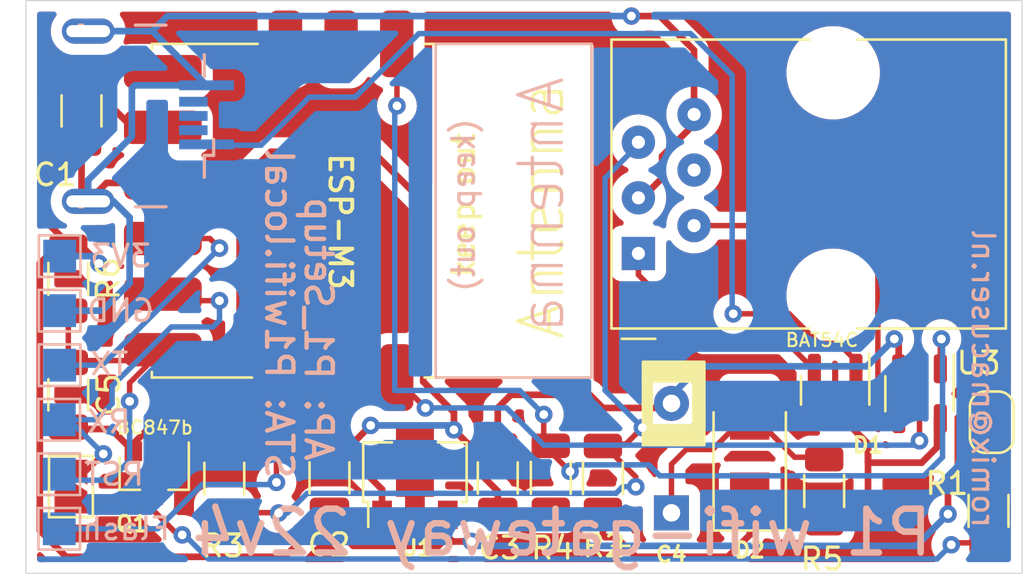
<source format=kicad_pcb>
(kicad_pcb (version 20211014) (generator pcbnew)
  (layers (0 "F.Cu" signal) (31 "B.Cu" signal) (34 "B.Paste" user) (35 "F.Paste" user) (36 "B.SilkS" user "B.Silkscreen") (37 "F.SilkS" user "F.Silkscreen") (38 "B.Mask" user) (39 "F.Mask" user) (44 "Edge.Cuts" user))
  (net 0 "")
  (net 1 "Net-(D1-Pad1)")
  (net 2 "Net-(J1-Pad2)")
  (net 3 "GND")
  (net 4 "+5V")
  (net 5 "+3V3")
  (net 6 "Net-(D1-Pad2)")
  (net 11 "Net-(JP1-Pad1)")
  (net 12 "Net-(J1-Pad5)")
  (net 13 "Net-(Q1-Pad1)")
  (net 14 "Net-(JP2-Pad1)")
  (net 18 "/RX")
  (net 19 "/TX")
  (net 20 "/RST")
  (net 21 "/FLASH")
  (net 22 "Net-(U2-Pad12)")
  (net 23 "Net-(C4-Pad1)")
  (net 24 "Net-(R4-Pad2)")
  (footprint "ESP8266 (TINKER):ESP-M3" (layer "F.Cu") (at 141.22025 72.19125 -90)
    (fp_text reference "U2" hide)
    (fp_text value "ESP-M3")
    (fp_text user "Antenna" (at -0.254 -7.874 90) (layer "B.SilkS") (effects (font (size 2 2)) (justify mirror)))
    (fp_text user "(keep out)" (at -0.254 -4.318 90) (layer "B.SilkS") (effects (justify mirror)))
    (fp_text user "Antenna" (at 0 -7.874 90) (layer "F.SilkS") (effects (font (size 2 2))))
    (fp_text user "(keep out)" (at -0.254 -4.318 90) (layer "F.SilkS"))
    (fp_line (start -7.62 -10.16) (end -7.62 -3.048) (layer "B.SilkS") (width 0.12))
    (fp_line (start -7.62 -3.048) (end 7.62 -3.048) (layer "B.SilkS") (width 0.12))
    (fp_line (start 7.62 -9.906) (end 7.62 -10.16) (layer "B.SilkS") (width 0.12))
    (fp_line (start 7.62 -3.048) (end 7.62 -9.906) (layer "B.SilkS") (width 0.12))
    (fp_line (start 7.62 -10.16) (end -7.62 -10.16) (layer "B.SilkS") (width 0.12))
    (fp_line (start 7.62 -2.54) (end 7.62 -3.048) (layer "F.SilkS") (width 0.12))
    (fp_line (start -7.62 -10.16) (end -7.62 -3.048) (layer "F.SilkS") (width 0.12))
    (fp_line (start 7.62 -10.16) (end -7.62 -10.16) (layer "F.SilkS") (width 0.12))
    (fp_line (start -7.62 -3.048) (end 7.62 -3.048) (layer "F.SilkS") (width 0.12))
    (fp_line (start 7.366 9.906) (end 7.62 9.906) (layer "F.SilkS") (width 0.12))
    (fp_line (start 7.62 9.906) (end 7.62 5.334) (layer "F.SilkS") (width 0.12))
    (fp_line (start 7.62 -3.048) (end 7.62 -10.16) (layer "F.SilkS") (width 0.12))
    (fp_line (start -7.366 9.906) (end -7.62 9.906) (layer "F.SilkS") (width 0.12))
    (fp_line (start -7.62 -2.54) (end -7.62 -3.048) (layer "F.SilkS") (width 0.12))
    (fp_line (start -7.62 5.08) (end -7.62 9.652) (layer "F.SilkS") (width 0.12))
    (fp_line (start -7.62 9.906) (end -7.62 9.652) (layer "F.SilkS") (width 0.12))
    (pad "1" smd roundrect locked (at -7.62 -1.27 270) (size 3.048 1.524) (layers "F.Cu" "F.Paste" "F.Mask") (net 24 "Net-(R4-Pad2)"))
    (pad "2" smd roundrect locked (at -7.62 1.27 270) (size 3.048 1.524) (layers "F.Cu" "F.Paste" "F.Mask"))
    (pad "3" smd roundrect locked (at -7.62 3.81 270) (size 3.048 1.524) (layers "F.Cu" "F.Paste" "F.Mask"))
    (pad "4" smd roundrect locked (at -6.35 9.406 270) (size 1.524 3.548) (layers "F.Cu" "F.Paste" "F.Mask") (net 5 "+3V3"))
    (pad "5" smd roundrect locked (at -3.81 9.406 270) (size 1.524 3.548) (layers "F.Cu" "F.Paste" "F.Mask") (net 5 "+3V3"))
    (pad "6" smd roundrect locked (at -1.27 9.406 270) (size 1.524 3.548) (layers "F.Cu" "F.Paste" "F.Mask") (net 3 "GND"))
    (pad "7" smd roundrect locked (at 1.27 9.406 270) (size 1.524 3.548) (layers "F.Cu" "F.Paste" "F.Mask") (net 19 "/TX"))
    (pad "8" smd roundrect locked (at 3.81 9.406 270) (size 1.524 3.548) (layers "F.Cu" "F.Paste" "F.Mask") (net 18 "/RX"))
    (pad "9" smd roundrect locked (at 6.35 9.406 270) (size 1.524 3.548) (layers "F.Cu" "F.Paste" "F.Mask") (net 20 "/RST"))
    (pad "10" smd roundrect locked (at 7.62 3.81 270) (size 3.048 1.524) (layers "F.Cu" "F.Paste" "F.Mask"))
    (pad "11" smd roundrect locked (at 7.62 1.27 270) (size 3.048 1.524) (layers "F.Cu" "F.Paste" "F.Mask") (net 21 "/FLASH"))
    (pad "12" smd roundrect locked (at 7.62 -1.27 270) (size 3.048 1.524) (layers "F.Cu" "F.Paste" "F.Mask") (net 22 "Net-(U2-Pad12)"))
  )
  (footprint "Capacitor_SMD:C_1206_3216Metric" (layer "F.Cu") (at 128.10425 67.63175 -90)
    (fp_text reference "C1" (at 2.91825 1.20425) (layer "F.SilkS"))
    (fp_text value "100n")
    (fp_line (start -0.711252 -0.91) (end 0.711252 -0.91) (layer "F.SilkS") (width 0.12))
    (fp_line (start -0.711252 0.91) (end 0.711252 0.91) (layer "F.SilkS") (width 0.12))
    (pad "1" smd roundrect (at -1.475 0 270) (size 1.15 1.8) (layers "F.Cu" "F.Paste" "F.Mask") (roundrect_rratio 0.2173913043) (net 5 "+3V3"))
    (pad "2" smd roundrect (at 1.475 0 270) (size 1.15 1.8) (layers "F.Cu" "F.Paste" "F.Mask") (roundrect_rratio 0.2173913043) (net 3 "GND"))
  )
  (footprint "Capacitor_SMD:C_1206_3216Metric" (layer "F.Cu") (at 139.42025 84.39225 90)
    (fp_text reference "C2" (at -3.05775 -0.02025 180) (layer "F.SilkS"))
    (fp_text value "10u")
    (fp_line (start -0.711252 0.91) (end 0.711252 0.91) (layer "F.SilkS") (width 0.12))
    (fp_line (start -0.711252 -0.91) (end 0.711252 -0.91) (layer "F.SilkS") (width 0.12))
    (pad "1" smd roundrect (at -1.475 0 90) (size 1.15 1.8) (layers "F.Cu" "F.Paste" "F.Mask") (roundrect_rratio 0.2173913043) (net 5 "+3V3"))
    (pad "2" smd roundrect (at 1.475 0 90) (size 1.15 1.8) (layers "F.Cu" "F.Paste" "F.Mask") (roundrect_rratio 0.2173913043) (net 3 "GND"))
  )
  (footprint "Capacitor_THT:CP_Radial_D8.0mm_P5.00mm" (layer "F.Cu") (at 155.02825 85.99225 90)
    (fp_text reference "C4" (at -1.90775 -0.008 180) (layer "F.SilkS") (effects (font (size 0.7 0.7))))
    (fp_text value "3300uF")
    (fp_line (start -1.909698 -2.315) (end -1.109698 -2.315) (layer "F.SilkS") (width 0.12))
    (fp_line (start -1.509698 -2.715) (end -1.509698 -1.915) (layer "F.SilkS") (width 0.12))
    (fp_rect (start 3.1 -1.3) (end 4 1.5) (layer "F.SilkS") (width 0.12) (fill solid))
    (fp_rect (start 3.9 1) (end 6.1 1.5) (layer "F.SilkS") (width 0.12) (fill solid))
    (fp_rect (start 6 -1.3) (end 6.9 1.5) (layer "F.SilkS") (width 0.12) (fill solid))
    (fp_rect (start 3.9 -1.3) (end 6.1 -0.9) (layer "F.SilkS") (width 0.12) (fill solid))
    (pad "1" thru_hole rect locked (at 0 0 90) (size 1.6 1.6) (drill 0.8) (layers *.Cu *.Mask) (net 23 "Net-(C4-Pad1)"))
    (pad "2" thru_hole circle locked (at 5 0 90) (size 1.6 1.6) (drill 0.8) (layers *.Cu *.Mask) (net 3 "GND"))
  )
  (footprint "Connector_RJ:RJ12_Amphenol_54601" (layer "F.Cu") (at 153.52025 74.14225 90)
    (fp_text reference "J1" hide)
    (fp_text value "6P6C" hide)
    (fp_line (start 9.77 16.77) (end 9.77 9.99) (layer "F.SilkS") (width 0.12))
    (fp_line (start -3.43 -1.23) (end 9.77 -1.23) (layer "F.SilkS") (width 0.12))
    (fp_line (start -3.43 7.79) (end -3.43 -1.23) (layer "F.SilkS") (width 0.12))
    (fp_line (start 9.77 16.76) (end 9.77 16.77) (layer "F.SilkS") (width 0.1))
    (fp_line (start -3.43 7.72) (end -3.43 7.79) (layer "F.SilkS") (width 0.1))
    (fp_line (start -3.9 0.77) (end -3.9 -0.76) (layer "F.SilkS") (width 0.12))
    (fp_line (start 9.77 -1.23) (end 9.77 7.79) (layer "F.SilkS") (width 0.12))
    (fp_line (start -3.43 16.77) (end -3.43 9.99) (layer "F.SilkS") (width 0.12))
    (fp_line (start 9.77 16.65) (end 9.77 16.77) (layer "F.SilkS") (width 0.1))
    (fp_line (start 9.77 16.77) (end -3.43 16.77) (layer "F.SilkS") (width 0.12))
    (pad "" np_thru_hole circle locked (at -1.91 8.89 90) (size 3.25 3.25) (drill 3.25) (layers *.Cu *.Mask))
    (pad "" np_thru_hole circle locked (at 8.25 8.89 90) (size 3.25 3.25) (drill 3.25) (layers *.Cu *.Mask))
    (pad "1" thru_hole rect locked (at 0 0 90) (size 1.52 1.52) (drill 0.6) (layers *.Cu *.Mask) (net 6 "Net-(D1-Pad2)"))
    (pad "2" thru_hole circle locked (at 1.27 2.54 90) (size 1.52 1.52) (drill 0.6) (layers *.Cu *.Mask) (net 2 "Net-(J1-Pad2)"))
    (pad "3" thru_hole circle locked (at 2.54 0 90) (size 1.52 1.52) (drill 0.6) (layers *.Cu *.Mask) (net 3 "GND"))
    (pad "4" thru_hole circle locked (at 3.81 2.54 90) (size 1.52 1.52) (drill 0.6) (layers *.Cu *.Mask))
    (pad "5" thru_hole circle locked (at 5.08 0 90) (size 1.52 1.52) (drill 0.6) (layers *.Cu *.Mask) (net 12 "Net-(J1-Pad5)"))
    (pad "6" thru_hole circle locked (at 6.35 2.54 90) (size 1.52 1.52) (drill 0.6) (layers *.Cu *.Mask) (net 3 "GND"))
  )
  (footprint "Package_TO_SOT_SMD:SOT-23" (layer "F.Cu") (at 131.42025 84.18025 -90)
    (fp_text reference "Q1" hide)
    (fp_text value "BC847b" (at -2.08025 -0.02975) (layer "F.SilkS") (effects (font (size 0.6 0.6) (thickness 0.1))))
    (fp_text user "${REFERENCE}" (at 2.31975 1.02025) (layer "F.SilkS") (effects (font (size 0.7 0.7))))
    (fp_line (start 0.76 1.58) (end -0.7 1.58) (layer "F.SilkS") (width 0.12))
    (fp_line (start 0.76 -1.58) (end 0.76 -0.65) (layer "F.SilkS") (width 0.12))
    (fp_line (start 0.76 1.58) (end 0.76 0.65) (layer "F.SilkS") (width 0.12))
    (fp_line (start 0.76 -1.58) (end -1.4 -1.58) (layer "F.SilkS") (width 0.12))
    (pad "1" smd rect locked (at -1 -0.95 270) (size 0.9 0.8) (layers "F.Cu" "F.Paste" "F.Mask") (net 13 "Net-(Q1-Pad1)"))
    (pad "2" smd rect locked (at -1 0.95 270) (size 0.9 0.8) (layers "F.Cu" "F.Paste" "F.Mask") (net 3 "GND"))
    (pad "3" smd rect locked (at 1 0 270) (size 0.9 0.8) (layers "F.Cu" "F.Paste" "F.Mask") (net 14 "Net-(JP2-Pad1)"))
  )
  (footprint "Resistor_SMD:R_1206_3216Metric" (layer "F.Cu") (at 169.5 85.9 -90)
    (fp_text reference "R1" (at -1.25 1.9) (layer "F.SilkS"))
    (fp_text value "2K2")
    (fp_line (start -0.727064 0.91) (end 0.727064 0.91) (layer "F.SilkS") (width 0.12))
    (fp_line (start -0.727064 -0.91) (end 0.727064 -0.91) (layer "F.SilkS") (width 0.12))
    (pad "1" smd roundrect (at -1.4625 0 270) (size 1.125 1.75) (layers "F.Cu" "F.Paste" "F.Mask") (roundrect_rratio 0.2222222222) (net 11 "Net-(JP1-Pad1)"))
    (pad "2" smd roundrect (at 1.4625 0 270) (size 1.125 1.75) (layers "F.Cu" "F.Paste" "F.Mask") (roundrect_rratio 0.2222222222) (net 14 "Net-(JP2-Pad1)"))
  )
  (footprint "Resistor_SMD:R_1206_3216Metric" (layer "F.Cu") (at 151.9 84.4 90)
    (fp_text reference "R2" (at -3.1 0.05 180) (layer "F.SilkS"))
    (fp_text value "2K2")
    (fp_line (start -0.727064 0.91) (end 0.727064 0.91) (layer "F.SilkS") (width 0.12))
    (fp_line (start -0.727064 -0.91) (end 0.727064 -0.91) (layer "F.SilkS") (width 0.12))
    (pad "1" smd roundrect (at -1.4625 0 90) (size 1.125 1.75) (layers "F.Cu" "F.Paste" "F.Mask") (roundrect_rratio 0.2222222222) (net 4 "+5V"))
    (pad "2" smd roundrect (at 1.4625 0 90) (size 1.125 1.75) (layers "F.Cu" "F.Paste" "F.Mask") (roundrect_rratio 0.2222222222) (net 12 "Net-(J1-Pad5)"))
  )
  (footprint "Resistor_SMD:R_1206_3216Metric" (layer "F.Cu") (at 134.62025 84.43425 -90)
    (fp_text reference "R3" (at 3.06575 0.07025) (layer "F.SilkS"))
    (fp_text value "1K")
    (fp_line (start -0.727064 0.91) (end 0.727064 0.91) (layer "F.SilkS") (width 0.12))
    (fp_line (start -0.727064 -0.91) (end 0.727064 -0.91) (layer "F.SilkS") (width 0.12))
    (pad "1" smd roundrect (at -1.4625 0 270) (size 1.125 1.75) (layers "F.Cu" "F.Paste" "F.Mask") (roundrect_rratio 0.2222222222) (net 13 "Net-(Q1-Pad1)"))
    (pad "2" smd roundrect (at 1.4625 0 270) (size 1.125 1.75) (layers "F.Cu" "F.Paste" "F.Mask") (roundrect_rratio 0.2222222222) (net 12 "Net-(J1-Pad5)"))
  )
  (footprint "Package_TO_SOT_SMD:SOT-89-3" (layer "F.Cu") (at 143.32025 84.43425 90)
    (fp_text reference "U1" (at -3.16575 0.07975 180) (layer "F.SilkS") (effects (font (size 0.7 0.7))))
    (fp_text value "ME6249A33PG" hide)
    (fp_line (start 1.66 2.36) (end -1.06 2.36) (layer "F.SilkS") (width 0.12))
    (fp_line (start 1.66 1.05) (end 1.66 2.36) (layer "F.SilkS") (width 0.12))
    (fp_line (start -1.06 -2.36) (end 1.66 -2.36) (layer "F.SilkS") (width 0.12))
    (fp_line (start -1.06 2.36) (end -1.06 2.13) (layer "F.SilkS") (width 0.12))
    (fp_line (start 1.66 -2.36) (end 1.66 -1.05) (layer "F.SilkS") (width 0.12))
    (fp_line (start -2.2 -2.13) (end -1.06 -2.13) (layer "F.SilkS") (width 0.12))
    (fp_line (start -1.06 -2.36) (end -1.06 -2.13) (layer "F.SilkS") (width 0.12))
    (pad "1" smd rect locked (at -1.65 -1.5 90) (size 1.3 0.9) (layers "F.Cu" "F.Paste" "F.Mask") (net 3 "GND"))
    (pad "2" smd custom locked (at -1.5625 0 90) (size 1.475 0.9) (layers "F.Cu" "F.Paste" "F.Mask") (net 4 "+5V") (options (clearance outline) (anchor rect)) (primitives (gr_poly (pts (xy 3.8625 0.8665) (xy 0.7375 0.8665) (xy 0.7375 -0.8665) (xy 3.8625 -0.8665)) (width 0) (fill yes))))
    (pad "3" smd rect locked (at -1.65 1.5 90) (size 1.3 0.9) (layers "F.Cu" "F.Paste" "F.Mask") (net 5 "+3V3"))
  )
  (footprint "Capacitor_SMD:C_1206_3216Metric" (layer "F.Cu") (at 147.1 84.4 90)
    (fp_text reference "C3" (at -3.2 0.1 180) (layer "F.SilkS"))
    (fp_text value "22uF")
    (fp_line (start -0.711252 -0.91) (end 0.711252 -0.91) (layer "F.SilkS") (width 0.12))
    (fp_line (start -0.711252 0.91) (end 0.711252 0.91) (layer "F.SilkS") (width 0.12))
    (pad "1" smd roundrect (at -1.475 0 90) (size 1.15 1.8) (layers "F.Cu" "F.Paste" "F.Mask") (roundrect_rratio 0.2173913043) (net 4 "+5V"))
    (pad "2" smd roundrect (at 1.475 0 90) (size 1.15 1.8) (layers "F.Cu" "F.Paste" "F.Mask") (roundrect_rratio 0.2173913043) (net 3 "GND"))
  )
  (footprint "Resistor_SMD:R_1206_3216Metric" (layer "F.Cu") (at 162 85 90)
    (fp_text reference "R5" (at -3.1 -0.1 180) (layer "F.SilkS"))
    (fp_text value "52.3")
    (fp_line (start -0.727064 -0.91) (end 0.727064 -0.91) (layer "F.SilkS") (width 0.12))
    (fp_line (start -0.727064 0.91) (end 0.727064 0.91) (layer "F.SilkS") (width 0.12))
    (pad "1" smd roundrect (at -1.4625 0 90) (size 1.125 1.75) (layers "F.Cu" "F.Paste" "F.Mask") (roundrect_rratio 0.2222222222) (net 4 "+5V"))
    (pad "2" smd roundrect (at 1.4625 0 90) (size 1.125 1.75) (layers "F.Cu" "F.Paste" "F.Mask") (roundrect_rratio 0.2222222222) (net 23 "Net-(C4-Pad1)"))
  )
  (footprint "Jumper:SolderJumper-2_P1.3mm_Bridged_RoundedPad1.0x1.5mm" (layer "F.Cu") (at 169.65 81.85 90)
    (fp_text reference "JP1" hide)
    (fp_text value "SolderJumper_2_Bridged" hide)
    (fp_poly (pts (xy 0.25 -0.3) (xy -0.25 -0.3) (xy -0.25 0.3) (xy 0.25 0.3)) (layer "F.Cu") (width 0) (fill solid))
    (fp_line (start 0.7 1) (end -0.7 1) (layer "F.SilkS") (width 0.12))
    (fp_line (start 1.4 -0.3) (end 1.4 0.3) (layer "F.SilkS") (width 0.12))
    (fp_line (start -1.4 0.3) (end -1.4 -0.3) (layer "F.SilkS") (width 0.12))
    (fp_line (start -0.7 -1) (end 0.7 -1) (layer "F.SilkS") (width 0.12))
    (fp_arc (start 1.4 0.3) (mid 1.194975 0.794975) (end 0.7 1) (layer "F.SilkS") (width 0.12))
    (fp_arc (start 0.7 -1) (mid 1.194975 -0.794975) (end 1.4 -0.3) (layer "F.SilkS") (width 0.12))
    (fp_arc (start -1.4 -0.3) (mid -1.194975 -0.794975) (end -0.7 -1) (layer "F.SilkS") (width 0.12))
    (fp_arc (start -0.7 1) (mid -1.194975 0.794975) (end -1.4 0.3) (layer "F.SilkS") (width 0.12))
    (pad "1" smd custom locked (at -0.65 0 90) (size 1 0.5) (layers "F.Cu" "F.Mask") (net 11 "Net-(JP1-Pad1)") (options (clearance outline) (anchor rect)) (primitives (gr_circle (center 0 0.25) (end 0.5 0.25) (width 0) (fill yes)) (gr_circle (center 0 -0.25) (end 0.5 -0.25) (width 0) (fill yes)) (gr_poly (pts (xy 0.5 0.75) (xy 0 0.75) (xy 0 -0.75) (xy 0.5 -0.75)) (width 0) (fill yes))))
    (pad "2" smd custom locked (at 0.65 0 90) (size 1 0.5) (layers "F.Cu" "F.Mask") (net 5 "+3V3") (options (clearance outline) (anchor rect)) (primitives (gr_circle (center 0 0.25) (end 0.5 0.25) (width 0) (fill yes)) (gr_circle (center 0 -0.25) (end 0.5 -0.25) (width 0) (fill yes)) (gr_poly (pts (xy 0 0.75) (xy -0.5 0.75) (xy -0.5 -0.75) (xy 0 -0.75)) (width 0) (fill yes))))
  )
  (footprint "Resistor_SMD:R_1206_3216Metric" (layer "F.Cu") (at 149.52025 84.39225 90)
    (fp_text reference "R4" (at -3.20775 0.07975 180) (layer "F.SilkS"))
    (fp_text value "10k")
    (fp_line (start -0.727064 0.91) (end 0.727064 0.91) (layer "F.SilkS") (width 0.12))
    (fp_line (start -0.727064 -0.91) (end 0.727064 -0.91) (layer "F.SilkS") (width 0.12))
    (pad "1" smd roundrect (at -1.4625 0 90) (size 1.125 1.75) (layers "F.Cu" "F.Paste" "F.Mask") (roundrect_rratio 0.2222222222) (net 4 "+5V"))
    (pad "2" smd roundrect (at 1.4625 0 90) (size 1.125 1.75) (layers "F.Cu" "F.Paste" "F.Mask") (roundrect_rratio 0.2222222222) (net 24 "Net-(R4-Pad2)"))
  )
  (footprint "Jumper:SolderJumper-2_P1.3mm_Open_TrianglePad1.0x1.5mm" (layer "F.Cu") (at 127.62025 84.79225 90)
    (fp_text reference "JP2" hide)
    (fp_text value "SolderJumper_2_Open" hide)
    (fp_line (start -1.4 1) (end -1.4 -1) (layer "F.SilkS") (width 0.12))
    (fp_line (start -1.4 -1) (end 1.4 -1) (layer "F.SilkS") (width 0.12))
    (fp_line (start 1.4 -1) (end 1.4 1) (layer "F.SilkS") (width 0.12))
    (fp_line (start 1.4 1) (end -1.4 1) (layer "F.SilkS") (width 0.12))
    (pad "1" smd custom locked (at -0.725 0 90) (size 0.3 0.3) (layers "F.Cu" "F.Mask") (net 14 "Net-(JP2-Pad1)") (options (clearance outline) (anchor rect)) (primitives (gr_poly (pts (xy 1 0) (xy 0.5 0.75) (xy -0.5 0.75) (xy -0.5 -0.75) (xy 0.5 -0.75)) (width 0) (fill yes))))
    (pad "2" smd custom locked (at 0.725 0 90) (size 0.3 0.3) (layers "F.Cu" "F.Mask") (net 18 "/RX") (options (clearance outline) (anchor rect)) (primitives (gr_poly (pts (xy 0.5 0.75) (xy -0.65 0.75) (xy -0.15 0) (xy -0.65 -0.75) (xy 0.5 -0.75)) (width 0) (fill yes))))
  )
  (footprint "Package_TO_SOT_SMD:SOT-23" (layer "F.Cu") (at 162.5 80.4 -90)
    (fp_text reference "D1" hide)
    (fp_text value "BAT54C" (at -2.3 0.6 180) (layer "F.SilkS") (effects (font (size 0.6 0.6) (thickness 0.1))))
    (fp_text user "${REFERENCE}" (at 2.5 -1.5 180) (layer "F.SilkS") (effects (font (size 0.7 0.7))))
    (fp_line (start 0 1.56) (end 0.65 1.56) (layer "F.SilkS") (width 0.12))
    (fp_line (start 0 1.56) (end -0.65 1.56) (layer "F.SilkS") (width 0.12))
    (fp_line (start 0 -1.56) (end -1.675 -1.56) (layer "F.SilkS") (width 0.12))
    (fp_line (start 0 -1.56) (end 0.65 -1.56) (layer "F.SilkS") (width 0.12))
    (pad "1" smd roundrect locked (at -0.9375 -0.95 270) (size 1.475 0.6) (layers "F.Cu" "F.Paste" "F.Mask") (net 1 "Net-(D1-Pad1)"))
    (pad "2" smd roundrect locked (at -0.9375 0.95 270) (size 1.475 0.6) (layers "F.Cu" "F.Paste" "F.Mask") (net 6 "Net-(D1-Pad2)"))
    (pad "3" smd roundrect locked (at 0.9375 0 270) (size 1.475 0.6) (layers "F.Cu" "F.Paste" "F.Mask") (net 4 "+5V"))
  )
  (footprint "Diode_SMD:D_SMA" (layer "F.Cu") (at 158.6 83.4 90)
    (fp_text reference "D2" (at -4.3 0 180) (layer "F.SilkS") (effects (font (size 0.7 0.7))))
    (fp_text value "SS14" hide)
    (fp_line (start -3.4 1.65) (end 2 1.65) (layer "F.SilkS") (width 0.12))
    (fp_line (start -3.4 -1.65) (end 2 -1.65) (layer "F.SilkS") (width 0.12))
    (fp_line (start -3.4 -1.65) (end -3.4 1.65) (layer "F.SilkS") (width 0.12))
    (pad "1" smd rect locked (at -2 0 90) (size 2.5 1.8) (layers "F.Cu" "F.Paste" "F.Mask") (net 4 "+5V"))
    (pad "2" smd rect locked (at 2 0 90) (size 2.5 1.8) (layers "F.Cu" "F.Paste" "F.Mask") (net 23 "Net-(C4-Pad1)"))
  )
  (footprint "Resistor_SMD:R_1206_3216Metric" (layer "F.Cu") (at 127.5 75.3 -90)
    (fp_text reference "R6" (at 0 -1.82 -90) (layer "F.SilkS"))
    (fp_text value "100k")
    (fp_line (start -0.727064 -0.91) (end 0.727064 -0.91) (layer "F.SilkS") (width 0.12))
    (fp_line (start -0.727064 0.91) (end 0.727064 0.91) (layer "F.SilkS") (width 0.12))
    (pad "1" smd roundrect (at -1.4625 0 270) (size 1.125 1.75) (layers "F.Cu" "F.Paste" "F.Mask") (roundrect_rratio 0.2222222222) (net 5 "+3V3"))
    (pad "2" smd roundrect (at 1.4625 0 270) (size 1.125 1.75) (layers "F.Cu" "F.Paste" "F.Mask") (roundrect_rratio 0.2222222222) (net 20 "/RST"))
  )
  (footprint "Capacitor_SMD:C_1206_3216Metric" (layer "F.Cu") (at 127.5 80.6 -90)
    (fp_text reference "C5" (at 0 -1.85 -90) (layer "F.SilkS"))
    (fp_text value "22uF")
    (fp_line (start -0.711252 -0.91) (end 0.711252 -0.91) (layer "F.SilkS") (width 0.12))
    (fp_line (start -0.711252 0.91) (end 0.711252 0.91) (layer "F.SilkS") (width 0.12))
    (pad "1" smd roundrect (at -1.475 0 270) (size 1.15 1.8) (layers "F.Cu" "F.Paste" "F.Mask") (roundrect_rratio 0.2173913043) (net 20 "/RST"))
    (pad "2" smd roundrect (at 1.475 0 270) (size 1.15 1.8) (layers "F.Cu" "F.Paste" "F.Mask") (roundrect_rratio 0.2173913043) (net 3 "GND"))
  )
  (footprint "Package_TO_SOT_SMD:SOT-23-5" (layer "F.Cu") (at 166.35 80.55 -90)
    (fp_text reference "U3" (at -1.4 -2.7) (layer "F.SilkS"))
    (fp_text value "74AHCT1G125")
    (fp_line (start 0 -1.56) (end -1.8 -1.56) (layer "F.SilkS") (width 0.12))
    (fp_line (start 0 1.56) (end 0.8 1.56) (layer "F.SilkS") (width 0.12))
    (fp_line (start 0 1.56) (end -0.8 1.56) (layer "F.SilkS") (width 0.12))
    (fp_line (start 0 -1.56) (end 0.8 -1.56) (layer "F.SilkS") (width 0.12))
    (pad "1" smd roundrect (at -1.1375 -0.95 270) (size 1.325 0.6) (layers "F.Cu" "F.Paste" "F.Mask") (net 24 "Net-(R4-Pad2)"))
    (pad "2" smd roundrect (at -1.1375 0 270) (size 1.325 0.6) (layers "F.Cu" "F.Paste" "F.Mask") (net 22 "Net-(U2-Pad12)"))
    (pad "3" smd roundrect (at -1.1375 0.95 270) (size 1.325 0.6) (layers "F.Cu" "F.Paste" "F.Mask") (net 3 "GND"))
    (pad "4" smd roundrect (at 1.1375 0.95 270) (size 1.325 0.6) (layers "F.Cu" "F.Paste" "F.Mask") (net 2 "Net-(J1-Pad2)"))
    (pad "5" smd roundrect (at 1.1375 -0.95 270) (size 1.325 0.6) (layers "F.Cu" "F.Paste" "F.Mask") (net 4 "+5V"))
  )
  (footprint "TestPoint:TestPoint_Pad_1.5x1.5mm" (layer "B.Cu") (at 127.10625 74.26545)
    (fp_text reference "TP1" hide)
    (fp_text value "3V3" (at 2.776 -0.008834) (layer "B.SilkS") (effects (justify mirror)))
    (fp_line (start 0.95 -0.95) (end -0.95 -0.95) (layer "B.SilkS") (width 0.12))
    (fp_line (start -0.95 0.95) (end 0.95 0.95) (layer "B.SilkS") (width 0.12))
    (fp_line (start -0.95 -0.95) (end -0.95 0.95) (layer "B.SilkS") (width 0.12))
    (fp_line (start 0.95 0.95) (end 0.95 -0.95) (layer "B.SilkS") (width 0.12))
    (pad "1" smd rect locked (at 0 0) (size 1.5 1.5) (layers "B.Cu" "B.Mask") (net 5 "+3V3"))
  )
  (footprint "TestPoint:TestPoint_Pad_1.5x1.5mm" (layer "B.Cu") (at 127.08825 81.73835)
    (fp_text reference "TP2" hide)
    (fp_text value "RX" (at 2.268 0.094532) (layer "B.SilkS") (effects (justify mirror)))
    (fp_line (start -0.95 0.95) (end 0.95 0.95) (layer "B.SilkS") (width 0.12))
    (fp_line (start 0.95 -0.95) (end -0.95 -0.95) (layer "B.SilkS") (width 0.12))
    (fp_line (start 0.95 0.95) (end 0.95 -0.95) (layer "B.SilkS") (width 0.12))
    (fp_line (start -0.95 -0.95) (end -0.95 0.95) (layer "B.SilkS") (width 0.12))
    (pad "1" smd rect locked (at 0 0) (size 1.5 1.5) (layers "B.Cu" "B.Mask") (net 18 "/RX"))
  )
  (footprint "TestPoint:TestPoint_Pad_1.5x1.5mm" (layer "B.Cu") (at 127.10625 79.24735)
    (fp_text reference "TP3" hide)
    (fp_text value "TX" (at 2.268 -0.056102) (layer "B.SilkS") (effects (justify mirror)))
    (fp_line (start -0.95 -0.95) (end -0.95 0.95) (layer "B.SilkS") (width 0.12))
    (fp_line (start 0.95 -0.95) (end -0.95 -0.95) (layer "B.SilkS") (width 0.12))
    (fp_line (start -0.95 0.95) (end 0.95 0.95) (layer "B.SilkS") (width 0.12))
    (fp_line (start 0.95 0.95) (end 0.95 -0.95) (layer "B.SilkS") (width 0.12))
    (pad "1" smd rect locked (at 0 0) (size 1.5 1.5) (layers "B.Cu" "B.Mask") (net 19 "/TX"))
  )
  (footprint "TestPoint:TestPoint_Pad_1.5x1.5mm" (layer "B.Cu") (at 127.10625 76.75635)
    (fp_text reference "TP5" hide)
    (fp_text value "GND" (at 2.776 0) (layer "B.SilkS") (effects (justify mirror)))
    (fp_line (start 0.95 -0.95) (end -0.95 -0.95) (layer "B.SilkS") (width 0.12))
    (fp_line (start -0.95 -0.95) (end -0.95 0.95) (layer "B.SilkS") (width 0.12))
    (fp_line (start 0.95 0.95) (end 0.95 -0.95) (layer "B.SilkS") (width 0.12))
    (fp_line (start -0.95 0.95) (end 0.95 0.95) (layer "B.SilkS") (width 0.12))
    (pad "1" smd rect locked (at 0 0) (size 1.5 1.5) (layers "B.Cu" "B.Mask") (net 3 "GND"))
  )
  (footprint "Connector_USB:USB_Micro-B_Ali_power_only" (layer "B.Cu") (at 131.30775 67.86225 90)
    (fp_text reference "J3" hide)
    (fp_text value "USB_OTG" hide)
    (fp_line (start -3.85 -3.3) (end -3.85 -3.75) (layer "B.SilkS") (width 0.15))
    (fp_line (start -4.15 -3.15) (end -4.15 -3.3) (layer "B.SilkS") (width 0.15))
    (fp_line (start -4.15 0.65) (end -4.15 -0.75) (layer "B.SilkS") (width 0.15))
    (fp_line (start -1.8 2.825) (end -1.8 2.4) (layer "B.SilkS") (width 0.15))
    (fp_line (start 4.15 -3.3) (end 4.15 -3.15) (layer "B.SilkS") (width 0.15))
    (fp_line (start 3.85 -3.75) (end 3.85 -3.3) (layer "B.SilkS") (width 0.15))
    (fp_line (start 3.85 -3.3) (end 4.15 -3.3) (layer "B.SilkS") (width 0.15))
    (fp_line (start 1.8 2.4) (end 2.8 2.4) (layer "B.SilkS") (width 0.15))
    (fp_line (start -4.15 -3.3) (end -3.85 -3.3) (layer "B.SilkS") (width 0.15))
    (fp_line (start -1.8 2.4) (end -2.8 2.4) (layer "B.SilkS") (width 0.15))
    (fp_line (start -1.075 2.825) (end -1.8 2.825) (layer "B.SilkS") (width 0.15))
    (fp_line (start 4.15 -0.75) (end 4.15 0.65) (layer "B.SilkS") (width 0.15))
    (pad "1" smd rect locked (at -1.3 2.5 90) (size 0.45 2.5) (layers "B.Cu" "B.Paste" "B.Mask") (net 1 "Net-(D1-Pad1)"))
    (pad "2" smd rect locked (at -0.65 1.9 90) (size 0.45 1.3) (layers "B.Cu" "B.Paste" "B.Mask"))
    (pad "3" smd rect locked (at 0 1.9 90) (size 0.45 1.3) (layers "B.Cu" "B.Paste" "B.Mask"))
    (pad "4" smd rect locked (at 0.65 1.9 90) (size 0.45 1.3) (layers "B.Cu" "B.Paste" "B.Mask"))
    (pad "5" smd rect locked (at 1.4 2.5 90) (size 0.45 2.5) (layers "B.Cu" "B.Paste" "B.Mask") (net 3 "GND"))
    (pad "6" thru_hole oval locked (at -3.9 -2.9 90) (size 1.15 2.4) (drill oval 0.55 2) (layers *.Cu *.Mask) (net 3 "GND"))
    (pad "6" thru_hole oval locked (at 3.875 -2.9 90) (size 1.15 2.4) (drill oval 0.55 2) (layers *.Cu *.Mask) (net 3 "GND"))
  )
  (footprint "TestPoint:TestPoint_Pad_1.5x1.5mm" (layer "B.Cu") (at 127.08825 84.22925 90)
    (fp_text reference "TP6" hide)
    (fp_text value "RST" (at 0 2.5) (layer "B.SilkS") (effects (justify mirror)))
    (fp_line (start 0.95 0.95) (end 0.95 -0.95) (layer "B.SilkS") (width 0.12))
    (fp_line (start -0.95 0.95) (end 0.95 0.95) (layer "B.SilkS") (width 0.12))
    (fp_line (start 0.95 -0.95) (end -0.95 -0.95) (layer "B.SilkS") (width 0.12))
    (fp_line (start -0.95 -0.95) (end -0.95 0.95) (layer "B.SilkS") (width 0.12))
    (pad "1" smd rect locked (at 0 0 90) (size 1.5 1.5) (layers "B.Cu" "B.Mask") (net 20 "/RST"))
  )
  (footprint "TestPoint:TestPoint_Pad_1.5x1.5mm" (layer "B.Cu") (at 127.08825 86.72025 90)
    (fp_text reference "TP4" hide)
    (fp_text value "Flash" (at 0 3.048) (layer "B.SilkS") (effects (justify mirror)))
    (fp_line (start -0.95 0.95) (end 0.95 0.95) (layer "B.SilkS") (width 0.12))
    (fp_line (start 0.95 0.95) (end 0.95 -0.95) (layer "B.SilkS") (width 0.12))
    (fp_line (start 0.95 -0.95) (end -0.95 -0.95) (layer "B.SilkS") (width 0.12))
    (fp_line (start -0.95 -0.95) (end -0.95 0.95) (layer "B.SilkS") (width 0.12))
    (pad "1" smd rect locked (at 0 0 90) (size 1.5 1.5) (layers "B.Cu" "B.Mask") (net 21 "/FLASH"))
  )
  (gr_rect (start 125.56425 62.59025) (end 171.03025 88.75225) (layer "Edge.Cuts") (width 0.05) (fill none))
  (gr_text "AP: P1_Setup\n" (at 138.92025 77.59225 -90) (layer "B.SilkS") (effects (font (size 1.2 1.2) (thickness 0.2)) (justify mirror)))
  (gr_text "romix@macuser.nl" (at 169.25225 79.86225 -90) (layer "B.SilkS") (effects (font (size 1 1)) (justify mirror)))
  (gr_text "P1 wifi-gateway 22v4\n" (at 150.02025 86.89225) (layer "B.SilkS") (effects (font (size 2 2) (thickness 0.3)) (justify mirror)))
  (gr_text "STA: P1wifi.local" (at 137.12025 76.89225 -90) (layer "B.SilkS") (effects (font (size 1.2 1.2) (thickness 0.2)) (justify mirror)))
  (gr_text "ESP-M3" (at 139.91525 72.68675 -90) (layer "F.SilkS") (effects (font (size 1 1) (thickness 0.1778))))
  (segment (start 157.85 76.9) (end 160.4 76.9) (width 0.25) (layer "F.Cu") (net 1))
  (segment (start 161.75 78.25) (end 162.65 78.25) (width 0.25) (layer "F.Cu") (net 1))
  (segment (start 162.65 78.25) (end 163.45 79.05) (width 0.25) (layer "F.Cu") (net 1))
  (segment (start 163.45 79.05) (end 163.45 79.4625) (width 0.25) (layer "F.Cu") (net 1))
  (segment (start 160.4 76.9) (end 161.75 78.25) (width 0.25) (layer "F.Cu") (net 1))
  (via (at 157.85 76.9) (size 0.8) (drill 0.4) (layers "F.Cu" "B.Cu") (net 1))
  (segment (start 157.85 76.9) (end 157.8 76.85) (width 0.25) (layer "B.Cu") (net 1))
  (segment (start 155.9 64.1) (end 143.5 64.1) (width 0.25) (layer "B.Cu") (net 1))
  (segment (start 133.8455 69.2) (end 133.80775 69.16225) (width 0.25) (layer "B.Cu") (net 1))
  (segment (start 140.6 67) (end 138.5 67) (width 0.25) (layer "B.Cu") (net 1))
  (segment (start 157.8 66) (end 155.9 64.1) (width 0.25) (layer "B.Cu") (net 1))
  (segment (start 157.8 76.85) (end 157.8 66) (width 0.25) (layer "B.Cu") (net 1))
  (segment (start 136.3 69.2) (end 133.8455 69.2) (width 0.25) (layer "B.Cu") (net 1))
  (segment (start 143.5 64.1) (end 140.6 67) (width 0.25) (layer "B.Cu") (net 1))
  (segment (start 138.5 67) (end 136.3 69.2) (width 0.25) (layer "B.Cu") (net 1))
  (segment (start 164.45 74.15) (end 163.17225 72.87225) (width 0.25) (layer "F.Cu") (net 2))
  (segment (start 163.17225 72.87225) (end 156.06025 72.87225) (width 0.25) (layer "F.Cu") (net 2))
  (segment (start 164.75 80.65) (end 164.45 80.35) (width 0.25) (layer "F.Cu") (net 2))
  (segment (start 164.45 80.35) (end 164.45 74.15) (width 0.25) (layer "F.Cu") (net 2))
  (segment (start 165.1 81) (end 164.8 80.7) (width 0.25) (layer "F.Cu") (net 2))
  (segment (start 145.7375 82.8375) (end 147.1 82.8375) (width 0.3048) (layer "F.Cu") (net 3))
  (segment (start 147.7 80.6) (end 147.1 81.2) (width 0.3048) (layer "F.Cu") (net 3))
  (segment (start 130.47025 83.18025) (end 130.47025 82.82975) (width 0.3048) (layer "F.Cu") (net 3))
  (segment (start 139.42025 82.82975) (end 140.47025 82.82975) (width 0.3048) (layer "F.Cu") (net 3))
  (segment (start 151.3 80.6) (end 151.9 81.2) (width 0.3048) (layer "F.Cu") (net 3))
  (segment (start 139.72975 82.82975) (end 141.82025 84.92025) (width 0.3048) (layer "F.Cu") (net 3))
  (segment (start 130.47025 82.82975) (end 133 80.3) (width 0.3048) (layer "F.Cu") (net 3))
  (segment (start 134.7 80.3) (end 135.32125 79.67875) (width 0.3048) (layer "F.Cu") (net 3))
  (segment (start 154.5 63.3) (end 153.2 63.3) (width 0.3048) (layer "F.Cu") (net 3))
  (segment (start 156.06025 67.79225) (end 156.06025 64.86025) (width 0.3048) (layer "F.Cu") (net 3))
  (segment (start 143.7 71.8) (end 141.4 69.5) (width 0.3048) (layer "F.Cu") (net 3))
  (segment (start 156.06025 68.23975) (end 154.6 69.7) (width 0.3048) (layer "F.Cu") (net 3))
  (segment (start 129.4525 82.1625) (end 130.47025 83.18025) (width 0.3048) (layer "F.Cu") (net 3))
  (segment (start 141.82025 84.92025) (end 141.82025 86.08425) (width 0.3048) (layer "F.Cu") (net 3))
  (segment (start 154.6 70.7) (end 153.69775 71.60225) (width 0.3048) (layer "F.Cu") (net 3))
  (segment (start 147.1 82.8375) (end 147.1 81.2) (width 0.3048) (layer "F.Cu") (net 3))
  (segment (start 128.10425 71.45875) (end 128.40775 71.76225) (width 0.3048) (layer "F.Cu") (net 3))
  (segment (start 141.4 69.5) (end 136.7425 69.5) (width 0.3048) (layer "F.Cu") (net 3))
  (segment (start 136.7425 69.5) (end 135.32125 70.92125) (width 0.3048) (layer "F.Cu") (net 3))
  (segment (start 143.7 80) (end 143.7 71.8) (width 0.3048) (layer "F.Cu") (net 3))
  (segment (start 135.32125 79.67875) (end 135.32125 70.92125) (width 0.3048) (layer "F.Cu") (net 3))
  (segment (start 165.4 78.25) (end 165.4 79.4125) (width 0.3048) (layer "F.Cu") (net 3))
  (segment (start 145.1 82.2) (end 145.7375 82.8375) (width 0.3048) (layer "F.Cu") (net 3))
  (segment (start 135.32125 70.92125) (end 131.81425 70.92125) (width 0.3048) (layer "F.Cu") (net 3))
  (segment (start 154.8205 81.2) (end 155.02825 80.99225) (width 0.3048) (layer "F.Cu") (net 3))
  (segment (start 129.24875 70.92125) (end 131.81425 70.92125) (width 0.3048) (layer "F.Cu") (net 3))
  (segment (start 145.1 81.4) (end 143.7 80) (width 0.3048) (layer "F.Cu") (net 3))
  (segment (start 153.69775 71.60225) (end 153.52025 71.60225) (width 0.3048) (layer "F.Cu") (net 3))
  (segment (start 156.06025 64.86025) (end 154.5 63.3) (width 0.3048) (layer "F.Cu") (net 3))
  (segment (start 151.9 81.2) (end 154.8205 81.2) (width 0.3048) (layer "F.Cu") (net 3))
  (segment (start 151.3 80.6) (end 147.7 80.6) (width 0.3048) (layer "F.Cu") (net 3))
  (segment (start 165.2 78.05) (end 165.4 78.25) (width 0.3048) (layer "F.Cu") (net 3))
  (segment (start 127.5 82.1625) (end 129.4525 82.1625) (width 0.3048) (layer "F.Cu") (net 3))
  (segment (start 145.1 82.2) (end 145.1 81.4) (width 0.3048) (layer "F.Cu") (net 3))
  (segment (start 156.06025 67.79225) (end 156.06025 68.23975) (width 0.3048) (layer "F.Cu") (net 3))
  (segment (start 133 80.3) (end 134.7 80.3) (width 0.3048) (layer "F.Cu") (net 3))
  (segment (start 140.47025 82.82975) (end 141.3 82) (width 0.3048) (layer "F.Cu") (net 3))
  (segment (start 128.40775 71.76225) (end 129.24875 70.92125) (width 0.3048) (layer "F.Cu") (net 3))
  (segment (start 154.6 69.7) (end 154.6 70.7) (width 0.3048) (layer "F.Cu") (net 3))
  (segment (start 128.10425 69.19425) (end 128.10425 71.45875) (width 0.3048) (layer "F.Cu") (net 3))
  (via (at 165.2 78.05) (size 0.8) (drill 0.4) (layers "F.Cu" "B.Cu") (net 3))
  (via (at 153.2 63.3) (size 0.8) (drill 0.4) (layers "F.Cu" "B.Cu") (net 3))
  (via (at 145.1 82.2) (size 0.8) (drill 0.4) (layers "F.Cu" "B.Cu") (net 3))
  (via (at 141.3 82) (size 0.8) (drill 0.4) (layers "F.Cu" "B.Cu") (net 3))
  (segment (start 127.10625 76.75635) (end 129.04365 76.75635) (width 0.3048) (layer "B.Cu") (net 3))
  (segment (start 163.95 79.3) (end 156.35 79.3) (width 0.3048) (layer "B.Cu") (net 3))
  (segment (start 129.56225 71.76225) (end 128.40775 71.76225) (width 0.3048) (layer "B.Cu") (net 3))
  (segment (start 131.33275 63.98725) (end 128.40775 63.98725) (width 0.3048) (layer "B.Cu") (net 3))
  (segment (start 129.04365 76.75635) (end 130.3 75.5) (width 0.3048) (layer "B.Cu") (net 3))
  (segment (start 156.35 79.3) (end 155.02825 80.62175) (width 0.3048) (layer "B.Cu") (net 3))
  (segment (start 128.40775 70.79225) (end 130.4 68.8) (width 0.3048) (layer "B.Cu") (net 3))
  (segment (start 130.4 68.8) (end 130.4 66.6) (width 0.3048) (layer "B.Cu") (net 3))
  (segment (start 144.9 82) (end 141.3 82) (width 0.3048) (layer "B.Cu") (net 3))
  (segment (start 145.1 82.2) (end 144.9 82) (width 0.3048) (layer "B.Cu") (net 3))
  (segment (start 130.4 66.6) (end 130.53775 66.46225) (width 0.3048) (layer "B.Cu") (net 3))
  (segment (start 128.40775 71.76225) (end 128.40775 70.79225) (width 0.3048) (layer "B.Cu") (net 3))
  (segment (start 132.02 63.3) (end 131.33275 63.98725) (width 0.3048) (layer "B.Cu") (net 3))
  (segment (start 133.80775 66.46225) (end 131.33275 63.98725) (width 0.3048) (layer "B.Cu") (net 3))
  (segment (start 155.02825 80.62175) (end 155.02825 80.99225) (width 0.3048) (layer "B.Cu") (net 3))
  (segment (start 130.3 75.5) (end 130.3 72.5) (width 0.3048) (layer "B.Cu") (net 3))
  (segment (start 130.3 72.5) (end 129.56225 71.76225) (width 0.3048) (layer "B.Cu") (net 3))
  (segment (start 165.2 78.05) (end 163.95 79.3) (width 0.3048) (layer "B.Cu") (net 3))
  (segment (start 130.53775 66.46225) (end 133.80775 66.46225) (width 0.3048) (layer "B.Cu") (net 3))
  (segment (start 153.2 63.3) (end 132.02 63.3) (width 0.3048) (layer "B.Cu") (net 3))
  (segment (start 147.1 85.9625) (end 147.1 85) (width 0.3048) (layer "F.Cu") (net 4))
  (segment (start 151.9 85.95) (end 149.528 85.95) (width 0.3048) (layer "F.Cu") (net 4))
  (segment (start 149.52025 85.94225) (end 147.16225 85.94225) (width 0.3048) (layer "F.Cu") (net 4))
  (segment (start 166.45 83.7) (end 164 83.7) (width 0.3048) (layer "F.Cu") (net 4))
  (segment (start 162.75 86.55) (end 164 85.3) (width 0.3048) (layer "F.Cu") (net 4))
  (segment (start 167.15 81.6875) (end 167.15 83) (width 0.3048) (layer "F.Cu") (net 4))
  (segment (start 144.4 83.9) (end 143.32025 84.97975) (width 0.3048) (layer "F.Cu") (net 4))
  (segment (start 143.32025 84.97975) (end 143.32025 85.99675) (width 0.3048) (layer "F.Cu") (net 4))
  (segment (start 167.15 83) (end 166.45 83.7) (width 0.3048) (layer "F.Cu") (net 4))
  (segment (start 153.4 88) (end 152.5 87.1) (width 0.3048) (layer "F.Cu") (net 4))
  (segment (start 164 83.7) (end 164 82.8375) (width 0.3048) (layer "F.Cu") (net 4))
  (segment (start 149.57475 85.99675) (end 149.52025 85.94225) (width 0.3048) (layer "F.Cu") (net 4))
  (segment (start 162 86.55) (end 162.75 86.55) (width 0.3048) (layer "F.Cu") (net 4))
  (segment (start 151.9 87) (end 151.9 85.95) (width 0.3048) (layer "F.Cu") (net 4))
  (segment (start 164 82.8375) (end 162.5 81.3375) (width 0.3048) (layer "F.Cu") (net 4))
  (segment (start 157.6 88) (end 153.4 88) (width 0.3048) (layer "F.Cu") (net 4))
  (segment (start 158.6 85.4) (end 158.6 87) (width 0.3048) (layer "F.Cu") (net 4))
  (segment (start 147.16225 85.94225) (end 147.12025 85.98425) (width 0.3048) (layer "F.Cu") (net 4))
  (segment (start 164 85.3) (end 164 82.8375) (width 0.3048) (layer "F.Cu") (net 4))
  (segment (start 158.6 87) (end 157.6 88) (width 0.3048) (layer "F.Cu") (net 4))
  (segment (start 152 87.1) (end 151.9 87) (width 0.3048) (layer "F.Cu") (net 4))
  (segment (start 152.5 87.1) (end 152 87.1) (width 0.3048) (layer "F.Cu") (net 4))
  (segment (start 162 86.55) (end 159.75 86.55) (width 0.3048) (layer "F.Cu") (net 4))
  (segment (start 146 83.9) (end 144.4 83.9) (width 0.3048) (layer "F.Cu") (net 4))
  (segment (start 159.75 86.55) (end 158.6 85.4) (width 0.3048) (layer "F.Cu") (net 4))
  (segment (start 147.1 85) (end 146 83.9) (width 0.3048) (layer "F.Cu") (net 4))
  (segment (start 149.528 85.95) (end 149.52025 85.94225) (width 0.3048) (layer "F.Cu") (net 4))
  (segment (start 127.05 73.75) (end 127.5 73.75) (width 0.3048) (layer "F.Cu") (net 5))
  (segment (start 126.2 86.8) (end 126.2 74.6) (width 0.3048) (layer "F.Cu") (net 5))
  (segment (start 131.81425 68.38125) (end 130.41625 68.38125) (width 0.3048) (layer "F.Cu") (net 5))
  (segment (start 145.0405 87.3) (end 144.82025 87.07975) (width 0.3048) (layer "F.Cu") (net 5))
  (segment (start 167.65 86.05) (end 167.65 84.55) (width 0.3048) (layer "F.Cu") (net 5))
  (segment (start 139.42025 86.42025) (end 139.42025 85.95475) (width 0.3048) (layer "F.Cu") (net 5))
  (segment (start 126.3 72.5) (end 126.3 67.8735) (width 0.3048) (layer "F.Cu") (net 5))
  (segment (start 144.4 87.5) (end 140.5 87.5) (width 0.3048) (layer "F.Cu") (net 5))
  (segment (start 144.82025 86.08425) (end 144.82025 87.07975) (width 0.3048) (layer "F.Cu") (net 5))
  (segment (start 127.5 73.7) (end 126.3 72.5) (width 0.3048) (layer "F.Cu") (net 5))
  (segment (start 126.3 67.8735) (end 128.10425 66.06925) (width 0.3048) (layer "F.Cu") (net 5))
  (segment (start 168.1 81.65) (end 168.55 81.2) (width 0.3048) (layer "F.Cu") (net 5))
  (segment (start 128.33225 65.84125) (end 128.10425 66.06925) (width 0.3048) (layer "F.Cu") (net 5))
  (segment (start 168.55 81.2) (end 169.65 81.2) (width 0.3048) (layer "F.Cu") (net 5))
  (segment (start 168.1 84.1) (end 168.1 81.65) (width 0.3048) (layer "F.Cu") (net 5))
  (segment (start 167.65 84.55) (end 168.1 84.1) (width 0.3048) (layer "F.Cu") (net 5))
  (segment (start 145.9 87.3) (end 145.0405 87.3) (width 0.3048) (layer "F.Cu") (net 5))
  (segment (start 140.5 87.5) (end 139.42025 86.42025) (width 0.3048) (layer "F.Cu") (net 5))
  (segment (start 126.2 74.6) (end 127.05 73.75) (width 0.3048) (layer "F.Cu") (net 5))
  (segment (start 139.42025 85.95475) (end 137.375 88) (width 0.3048) (layer "F.Cu") (net 5))
  (segment (start 144.82025 87.07975) (end 144.4 87.5) (width 0.3048) (layer "F.Cu") (net 5))
  (segment (start 127.5 73.75) (end 127.5 73.7) (width 0.3048) (layer "F.Cu") (net 5))
  (segment (start 137.375 88) (end 127.4 88) (width 0.3048) (layer "F.Cu") (net 5))
  (segment (start 130.41625 68.38125) (end 128.10425 66.06925) (width 0.3048) (layer "F.Cu") (net 5))
  (segment (start 127.4 88) (end 126.2 86.8) (width 0.3048) (layer "F.Cu") (net 5))
  (segment (start 131.81425 65.84125) (end 128.33225 65.84125) (width 0.3048) (layer "F.Cu") (net 5))
  (segment (start 128.05 73.75) (end 128.9 74.6) (width 0.3048) (layer "F.Cu") (net 5))
  (segment (start 127.5 73.75) (end 128.05 73.75) (width 0.3048) (layer "F.Cu") (net 5))
  (via (at 167.65 86.05) (size 0.8) (drill 0.4) (layers "F.Cu" "B.Cu") (net 5))
  (via (at 145.9 87.3) (size 0.8) (drill 0.4) (layers "F.Cu" "B.Cu") (net 5))
  (via (at 128.9 74.6) (size 0.8) (drill 0.4) (layers "F.Cu" "B.Cu") (net 5))
  (segment (start 167.65 86.05) (end 166.2 87.5) (width 0.3048) (layer "B.Cu") (net 5))
  (segment (start 146.1 87.5) (end 145.9 87.3) (width 0.3048) (layer "B.Cu") (net 5))
  (segment (start 128.56545 74.26545) (end 127.10625 74.26545) (width 0.3048) (layer "B.Cu") (net 5))
  (segment (start 166.2 87.5) (end 146.1 87.5) (width 0.3048) (layer "B.Cu") (net 5))
  (segment (start 128.9 74.6) (end 128.56545 74.26545) (width 0.3048) (layer "B.Cu") (net 5))
  (segment (start 153.52025 75.12025) (end 156.5125 78.1125) (width 0.25) (layer "F.Cu") (net 6))
  (segment (start 160.2 78.1125) (end 161.55 79.4625) (width 0.25) (layer "F.Cu") (net 6))
  (segment (start 156.5125 78.1125) (end 160.2 78.1125) (width 0.25) (layer "F.Cu") (net 6))
  (segment (start 153.52025 74.14225) (end 153.52025 75.12025) (width 0.25) (layer "F.Cu") (net 6))
  (segment (start 169.5 84.4375) (end 169.5 82.65) (width 0.25) (layer "F.Cu") (net 11))
  (segment (start 169.5 82.65) (end 169.65 82.5) (width 0.25) (layer "F.Cu") (net 11))
  (segment (start 153.4 84.8) (end 153.4 84.35) (width 0.25) (layer "F.Cu") (net 12))
  (segment (start 137.08425 85.98425) (end 137.1 86) (width 0.25) (layer "F.Cu") (net 12))
  (segment (start 152.95 82.85) (end 153.7 82.1) (width 0.25) (layer "F.Cu") (net 12))
  (segment (start 151.9 82.85) (end 152.95 82.85) (width 0.25) (layer "F.Cu") (net 12))
  (segment (start 134.62025 85.98425) (end 137.08425 85.98425) (width 0.25) (layer "F.Cu") (net 12))
  (segment (start 153.4 84.35) (end 151.9 82.85) (width 0.25) (layer "F.Cu") (net 12))
  (via (at 153.4 84.8) (size 0.8) (drill 0.4) (layers "F.Cu" "B.Cu") (net 12))
  (via (at 153.7 82.1) (size 0.8) (drill 0.4) (layers "F.Cu" "B.Cu") (net 12))
  (via (at 137.1 86) (size 0.8) (drill 0.4) (layers "F.Cu" "B.Cu") (net 12))
  (segment (start 153.52025 69.06225) (end 153.52025 69.17975) (width 0.25) (layer "B.Cu") (net 12))
  (segment (start 152.5 85.1) (end 138.4 85.1) (width 0.25) (layer "B.Cu") (net 12))
  (segment (start 152 70.7) (end 152 80.4) (width 0.25) (layer "B.Cu") (net 12))
  (segment (start 153.52025 69.17975) (end 152 70.7) (width 0.25) (layer "B.Cu") (net 12))
  (segment (start 152 80.4) (end 153.7 82.1) (width 0.25) (layer "B.Cu") (net 12))
  (segment (start 152.8 84.8) (end 152.5 85.1) (width 0.25) (layer "B.Cu") (net 12))
  (segment (start 153.4 84.8) (end 152.8 84.8) (width 0.25) (layer "B.Cu") (net 12))
  (segment (start 138.4 85.1) (end 137.5 86) (width 0.25) (layer "B.Cu") (net 12))
  (segment (start 137.5 86) (end 137.1 86) (width 0.25) (layer "B.Cu") (net 12))
  (segment (start 132.37025 83.18025) (end 134.32425 83.18025) (width 0.25) (layer "F.Cu") (net 13))
  (segment (start 134.32425 83.18025) (end 134.62025 82.88425) (width 0.25) (layer "F.Cu") (net 13))
  (segment (start 167.8875 87.3625) (end 169.5 87.3625) (width 0.25) (layer "F.Cu") (net 14))
  (segment (start 132.7 87.2) (end 132.7 87) (width 0.25) (layer "F.Cu") (net 14))
  (segment (start 131.42025 85.92025) (end 132.7 87.2) (width 0.25) (layer "F.Cu") (net 14))
  (segment (start 131.08325 85.51725) (end 131.42025 85.18025) (width 0.25) (layer "F.Cu") (net 14))
  (segment (start 167.8 87.45) (end 167.8875 87.3625) (width 0.25) (layer "F.Cu") (net 14))
  (segment (start 127.62025 85.51725) (end 131.08325 85.51725) (width 0.25) (layer "F.Cu") (net 14))
  (segment (start 131.42025 85.18025) (end 131.42025 85.92025) (width 0.25) (layer "F.Cu") (net 14))
  (via (at 132.7 87) (size 0.8) (drill 0.4) (layers "F.Cu" "B.Cu") (net 14))
  (via (at 167.8 87.45) (size 0.8) (drill 0.4) (layers "F.Cu" "B.Cu") (net 14))
  (segment (start 167.15 88.1) (end 133.9 88.1) (width 0.25) (layer "B.Cu") (net 14))
  (segment (start 167.8 87.45) (end 167.15 88.1) (width 0.25) (layer "B.Cu") (net 14))
  (segment (start 132.8 87) (end 132.7 87) (width 0.25) (layer "B.Cu") (net 14))
  (segment (start 133.9 88.1) (end 132.8 87) (width 0.25) (layer "B.Cu") (net 14))
  (segment (start 132.113 76.3) (end 131.81425 76.00125) (width 0.25) (layer "F.Cu") (net 18))
  (segment (start 134.4 76.3) (end 132.113 76.3) (width 0.25) (layer "F.Cu") (net 18))
  (segment (start 127.62025 84.06725) (end 128.33275 84.06725) (width 0.25) (layer "F.Cu") (net 18))
  (segment (start 128.33275 84.06725) (end 129.1 83.3) (width 0.25) (layer "F.Cu") (net 18))
  (via (at 129.1 83.3) (size 0.8) (drill 0.4) (layers "F.Cu" "B.Cu") (net 18))
  (via (at 134.4 76.3) (size 0.8) (drill 0.4) (layers "F.Cu" "B.Cu") (net 18))
  (segment (start 127.08825 81.73835) (end 128.76165 81.73835) (width 0.25) (layer "B.Cu") (net 18))
  (segment (start 134.4 77.2) (end 134.4 76.3) (width 0.25) (layer "B.Cu") (net 18))
  (segment (start 127.53835 81.73835) (end 127.08825 81.73835) (width 0.25) (layer "B.Cu") (net 18))
  (segment (start 128.76165 81.73835) (end 129.2 81.3) (width 0.25) (layer "B.Cu") (net 18))
  (segment (start 132.2 77.5) (end 134.1 77.5) (width 0.25) (layer "B.Cu") (net 18))
  (segment (start 129.1 83.3) (end 127.53835 81.73835) (width 0.25) (layer "B.Cu") (net 18))
  (segment (start 134.1 77.5) (end 134.4 77.2) (width 0.25) (layer "B.Cu") (net 18))
  (segment (start 129.2 81.3) (end 129.5 81) (width 0.25) (layer "B.Cu") (net 18))
  (segment (start 129.5 80.2) (end 132.2 77.5) (width 0.25) (layer "B.Cu") (net 18))
  (segment (start 129.5 81) (end 129.5 80.2) (width 0.25) (layer "B.Cu") (net 18))
  (segment (start 134.4 73.9) (end 133.96125 73.46125) (width 0.25) (layer "F.Cu") (net 19))
  (segment (start 133.96125 73.46125) (end 131.81425 73.46125) (width 0.25) (layer "F.Cu") (net 19))
  (via (at 134.4 73.9) (size 0.8) (drill 0.4) (layers "F.Cu" "B.Cu") (net 19))
  (segment (start 127.10625 79.24735) (end 129.05265 79.24735) (width 0.25) (layer "B.Cu") (net 19))
  (segment (start 129.05265 79.24735) (end 133.1 75.2) (width 0.25) (layer "B.Cu") (net 19))
  (segment (start 133.1 75.2) (end 134.4 73.9) (width 0.25) (layer "B.Cu") (net 19))
  (segment (start 130.3 80.9) (end 130.3 80.0555) (width 0.25) (layer "F.Cu") (net 20))
  (segment (start 127.5 79.0375) (end 131.318 79.0375) (width 0.25) (layer "F.Cu") (net 20))
  (segment (start 127.5 76.85) (end 127.5 79.0375) (width 0.25) (layer "F.Cu") (net 20))
  (segment (start 130.3 80.0555) (end 131.81425 78.54125) (width 0.25) (layer "F.Cu") (net 20))
  (segment (start 131.318 79.0375) (end 131.81425 78.54125) (width 0.25) (layer "F.Cu") (net 20))
  (via (at 130.3 80.9) (size 0.8) (drill 0.4) (layers "F.Cu" "B.Cu") (net 20))
  (segment (start 127.08825 84.22925) (end 127.37075 84.22925) (width 0.25) (layer "B.Cu") (net 20))
  (segment (start 127.6415 84.5) (end 129.4 84.5) (width 0.25) (layer "B.Cu") (net 20))
  (segment (start 129.4 84.5) (end 130.3 83.6) (width 0.25) (layer "B.Cu") (net 20))
  (segment (start 127.37075 84.22925) (end 127.6415 84.5) (width 0.25) (layer "B.Cu") (net 20))
  (segment (start 130.3 83.6) (end 130.3 80.9) (width 0.25) (layer "B.Cu") (net 20))
  (segment (start 139.95025 79.81125) (end 137.8615 81.9) (width 0.25) (layer "F.Cu") (net 21))
  (segment (start 137 82.7) (end 137 84.6) (width 0.25) (layer "F.Cu") (net 21))
  (segment (start 137.8 81.9) (end 137 82.7) (width 0.25) (layer "F.Cu") (net 21))
  (segment (start 137.8615 81.9) (end 137.8 81.9) (width 0.25) (layer "F.Cu") (net 21))
  (via (at 137 84.6) (size 0.8) (drill 0.4) (layers "F.Cu" "B.Cu") (net 21))
  (segment (start 131.57975 86.72025) (end 133.6 84.7) (width 0.25) (layer "B.Cu") (net 21))
  (segment (start 133.6 84.7) (end 136.9 84.7) (width 0.25) (layer "B.Cu") (net 21))
  (segment (start 136.9 84.7) (end 137 84.6) (width 0.25) (layer "B.Cu") (net 21))
  (segment (start 127.08825 86.72025) (end 131.57975 86.72025) (width 0.25) (layer "B.Cu") (net 21))
  (segment (start 142.49025 79.81125) (end 142.49025 79.89025) (width 0.25) (layer "F.Cu") (net 22))
  (segment (start 142.49025 79.89025) (end 143.8 81.2) (width 0.25) (layer "F.Cu") (net 22))
  (segment (start 166.35 82.7) (end 166.35 79.4125) (width 0.25) (layer "F.Cu") (net 22))
  (via (at 166.35 82.7) (size 0.8) (drill 0.4) (layers "F.Cu" "B.Cu") (net 22))
  (via (at 143.8 81.2) (size 0.8) (drill 0.4) (layers "F.Cu" "B.Cu") (net 22))
  (segment (start 149.2 82.9) (end 147.5 81.2) (width 0.25) (layer "B.Cu") (net 22))
  (segment (start 147.5 81.2) (end 143.8 81.2) (width 0.25) (layer "B.Cu") (net 22))
  (segment (start 166.15 82.9) (end 149.2 82.9) (width 0.25) (layer "B.Cu") (net 22))
  (segment (start 166.35 82.7) (end 166.15 82.9) (width 0.25) (layer "B.Cu") (net 22))
  (segment (start 155.02825 83.77175) (end 155.02825 85.99225) (width 0.25) (layer "F.Cu") (net 23))
  (segment (start 160.65 83.45) (end 158.6 81.4) (width 0.25) (layer "F.Cu") (net 23))
  (segment (start 162 83.45) (end 160.65 83.45) (width 0.25) (layer "F.Cu") (net 23))
  (segment (start 155.7 83.1) (end 155.02825 83.77175) (width 0.25) (layer "F.Cu") (net 23))
  (segment (start 158.6 81.4) (end 156.9 83.1) (width 0.25) (layer "F.Cu") (net 23))
  (segment (start 156.9 83.1) (end 155.7 83.1) (width 0.25) (layer "F.Cu") (net 23))
  (segment (start 149.52025 83.22025) (end 149.52025 82.84225) (width 0.25) (layer "F.Cu") (net 24))
  (segment (start 167.3 78.4) (end 167.4 78.3) (width 0.25) (layer "F.Cu") (net 24))
  (segment (start 142.5 67.4) (end 142.5 64.581) (width 0.25) (layer "F.Cu") (net 24))
  (segment (start 142.5 64.581) (end 142.49025 64.57125) (width 0.25) (layer "F.Cu") (net 24))
  (segment (start 167.3 79.4125) (end 167.3 78.4) (width 0.25) (layer "F.Cu") (net 24))
  (segment (start 150.4 84.1) (end 149.52025 83.22025) (width 0.25) (layer "F.Cu") (net 24))
  (segment (start 149.52025 82.84225) (end 149.2 82.522) (width 0.25) (layer "F.Cu") (net 24))
  (segment (start 149.2 82.522) (end 149.2 81.5) (width 0.25) (layer "F.Cu") (net 24))
  (via (at 142.5 67.4) (size 0.8) (drill 0.4) (layers "F.Cu" "B.Cu") (net 24))
  (via (at 149.2 81.5) (size 0.8) (drill 0.4) (layers "F.Cu" "B.Cu") (net 24))
  (via (at 167.35 78.05) (size 0.8) (drill 0.4) (layers "F.Cu" "B.Cu") (net 24))
  (via (at 150.4 84.1) (size 0.8) (drill 0.4) (layers "F.Cu" "B.Cu") (net 24))
  (segment (start 154.5 84.3) (end 154 83.8) (width 0.25) (layer "B.Cu") (net 24))
  (segment (start 150.7 83.8) (end 150.4 84.1) (width 0.25) (layer "B.Cu") (net 24))
  (segment (start 167.4 78.3) (end 167.4 83.45) (width 0.25) (layer "B.Cu") (net 24))
  (segment (start 167.4 83.45) (end 166.55 84.3) (width 0.25) (layer "B.Cu") (net 24))
  (segment (start 142.4 80.4) (end 142.4 67.5) (width 0.25) (layer "B.Cu") (net 24))
  (segment (start 142.4 67.5) (end 142.5 67.4) (width 0.25) (layer "B.Cu") (net 24))
  (segment (start 154 83.8) (end 150.7 83.8) (width 0.25) (layer "B.Cu") (net 24))
  (segment (start 149.2 81.5) (end 148.1 80.4) (width 0.25) (layer "B.Cu") (net 24))
  (segment (start 166.55 84.3) (end 154.5 84.3) (width 0.25) (layer "B.Cu") (net 24))
  (segment (start 148.1 80.4) (end 142.4 80.4) (width 0.25) (layer "B.Cu") (net 24))
  (zone (net 0) (net_name "") (layer "F.Cu") (connect_pads (clearance 0.508)) (min_thickness 0.254) (fill yes (thermal_gap 0.508) (thermal_bridge_width 0.508))
    (polygon (pts (xy 125.62025 88.69225) (xy 125.62025 62.69225) (xy 171.12025 62.69225) (xy 171.12025 88.69225)))
  )
  (zone (net 0) (net_name "") (layers F&B.Cu) (connect_pads (clearance 0)) (min_thickness 0.254)
    (keepout (tracks not_allowed) (vias not_allowed) (pads not_allowed) (copperpour not_allowed) (footprints allowed))
    (fill (thermal_gap 0.508) (thermal_bridge_width 0.508))
    (polygon (pts (xy 144.10625 79.86225) (xy 144.10625 64.62225) (xy 151.47225 64.62225) (xy 151.47225 79.86225)))
  )
  (zone (net 0) (net_name "") (layer "B.Cu") (connect_pads (clearance 0.508)) (min_thickness 0.254) (fill yes (thermal_gap 0.508) (thermal_bridge_width 0.508))
    (polygon (pts (xy 171.1 88.7) (xy 125.7 88.7) (xy 125.7 62.7) (xy 171.1 62.7)))
  )
)
</source>
